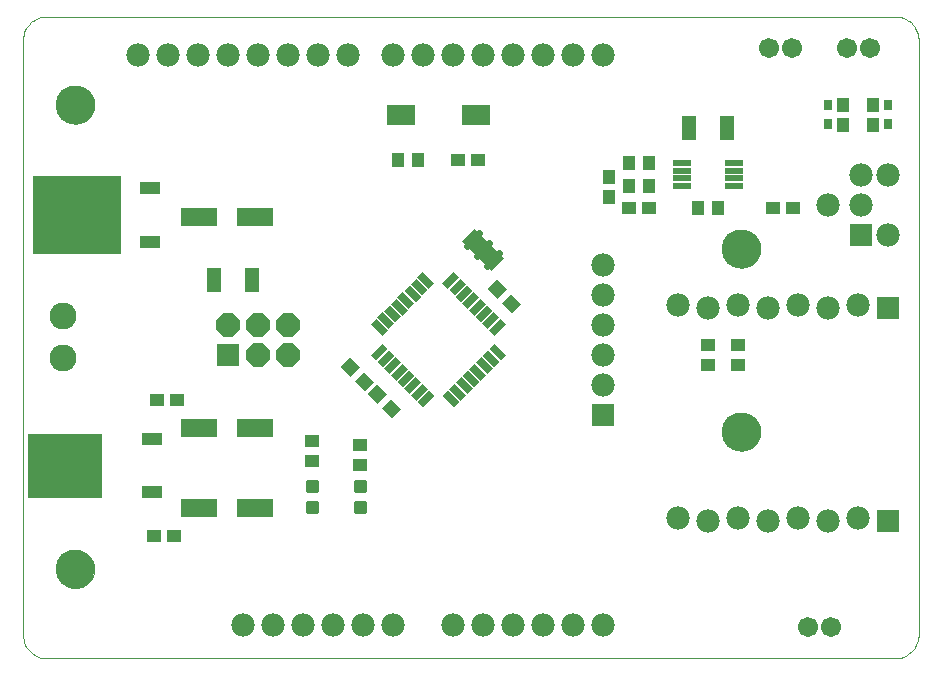
<source format=gts>
G75*
%MOIN*%
%OFA0B0*%
%FSLAX25Y25*%
%IPPOS*%
%LPD*%
%AMOC8*
5,1,8,0,0,1.08239X$1,22.5*
%
%ADD10C,0.00394*%
%ADD11C,0.00000*%
%ADD12C,0.12998*%
%ADD13R,0.04731X0.04337*%
%ADD14R,0.07800X0.07800*%
%ADD15OC8,0.07800*%
%ADD16C,0.07800*%
%ADD17C,0.01301*%
%ADD18R,0.04337X0.04731*%
%ADD19R,0.09455X0.06699*%
%ADD20R,0.05400X0.02600*%
%ADD21R,0.02600X0.05400*%
%ADD22R,0.06299X0.02165*%
%ADD23C,0.02172*%
%ADD24R,0.13760X0.06040*%
%ADD25R,0.03156X0.03746*%
%ADD26R,0.24809X0.21660*%
%ADD27R,0.06699X0.04337*%
%ADD28C,0.09000*%
%ADD29R,0.07100X0.04100*%
%ADD30R,0.29200X0.26400*%
%ADD31R,0.05124X0.08274*%
%ADD32R,0.12211X0.05912*%
%ADD33C,0.06699*%
D10*
X0012314Y0008797D02*
X0011600Y0009511D01*
X0011277Y0009901D01*
X0010993Y0010321D01*
X0010710Y0010740D01*
X0010465Y0011187D01*
X0010065Y0012128D01*
X0009910Y0012622D01*
X0009805Y0013133D01*
X0009699Y0013645D01*
X0009644Y0014174D01*
X0009644Y0213440D01*
X0009699Y0213969D01*
X0009805Y0214481D01*
X0009910Y0214992D01*
X0010065Y0215486D01*
X0010465Y0216427D01*
X0010710Y0216874D01*
X0010993Y0217294D01*
X0011277Y0217713D01*
X0011600Y0218103D01*
X0012314Y0218817D01*
X0012704Y0219140D01*
X0013123Y0219424D01*
X0013542Y0219707D01*
X0013990Y0219952D01*
X0014931Y0220352D01*
X0015425Y0220507D01*
X0015936Y0220612D01*
X0016448Y0220718D01*
X0016977Y0220773D01*
X0300832Y0220773D01*
X0301361Y0220718D01*
X0301872Y0220612D01*
X0302383Y0220507D01*
X0302877Y0220352D01*
X0303818Y0219952D01*
X0304266Y0219707D01*
X0304685Y0219424D01*
X0305104Y0219140D01*
X0305495Y0218817D01*
X0306208Y0218103D01*
X0306531Y0217713D01*
X0306815Y0217294D01*
X0307099Y0216874D01*
X0307343Y0216427D01*
X0307743Y0215486D01*
X0307898Y0214992D01*
X0308004Y0214481D01*
X0308109Y0213969D01*
X0308164Y0213440D01*
X0308164Y0014174D01*
X0308109Y0013645D01*
X0308004Y0013133D01*
X0307898Y0012622D01*
X0307743Y0012128D01*
X0307343Y0011187D01*
X0307099Y0010740D01*
X0306815Y0010321D01*
X0306531Y0009901D01*
X0306208Y0009511D01*
X0305495Y0008797D01*
X0305104Y0008474D01*
X0304685Y0008191D01*
X0304266Y0007907D01*
X0303818Y0007662D01*
X0302877Y0007262D01*
X0302383Y0007107D01*
X0301872Y0007002D01*
X0301361Y0006896D01*
X0300832Y0006841D01*
X0016977Y0006841D01*
X0016448Y0006896D01*
X0015936Y0007002D01*
X0015425Y0007107D01*
X0014931Y0007262D01*
X0013990Y0007662D01*
X0013542Y0007907D01*
X0013123Y0008191D01*
X0012704Y0008474D01*
X0012314Y0008797D01*
D11*
X0020801Y0036600D02*
X0020803Y0036758D01*
X0020809Y0036916D01*
X0020819Y0037074D01*
X0020833Y0037232D01*
X0020851Y0037389D01*
X0020872Y0037546D01*
X0020898Y0037702D01*
X0020928Y0037858D01*
X0020961Y0038013D01*
X0020999Y0038166D01*
X0021040Y0038319D01*
X0021085Y0038471D01*
X0021134Y0038622D01*
X0021187Y0038771D01*
X0021243Y0038919D01*
X0021303Y0039065D01*
X0021367Y0039210D01*
X0021435Y0039353D01*
X0021506Y0039495D01*
X0021580Y0039635D01*
X0021658Y0039772D01*
X0021740Y0039908D01*
X0021824Y0040042D01*
X0021913Y0040173D01*
X0022004Y0040302D01*
X0022099Y0040429D01*
X0022196Y0040554D01*
X0022297Y0040676D01*
X0022401Y0040795D01*
X0022508Y0040912D01*
X0022618Y0041026D01*
X0022731Y0041137D01*
X0022846Y0041246D01*
X0022964Y0041351D01*
X0023085Y0041453D01*
X0023208Y0041553D01*
X0023334Y0041649D01*
X0023462Y0041742D01*
X0023592Y0041832D01*
X0023725Y0041918D01*
X0023860Y0042002D01*
X0023996Y0042081D01*
X0024135Y0042158D01*
X0024276Y0042230D01*
X0024418Y0042300D01*
X0024562Y0042365D01*
X0024708Y0042427D01*
X0024855Y0042485D01*
X0025004Y0042540D01*
X0025154Y0042591D01*
X0025305Y0042638D01*
X0025457Y0042681D01*
X0025610Y0042720D01*
X0025765Y0042756D01*
X0025920Y0042787D01*
X0026076Y0042815D01*
X0026232Y0042839D01*
X0026389Y0042859D01*
X0026547Y0042875D01*
X0026704Y0042887D01*
X0026863Y0042895D01*
X0027021Y0042899D01*
X0027179Y0042899D01*
X0027337Y0042895D01*
X0027496Y0042887D01*
X0027653Y0042875D01*
X0027811Y0042859D01*
X0027968Y0042839D01*
X0028124Y0042815D01*
X0028280Y0042787D01*
X0028435Y0042756D01*
X0028590Y0042720D01*
X0028743Y0042681D01*
X0028895Y0042638D01*
X0029046Y0042591D01*
X0029196Y0042540D01*
X0029345Y0042485D01*
X0029492Y0042427D01*
X0029638Y0042365D01*
X0029782Y0042300D01*
X0029924Y0042230D01*
X0030065Y0042158D01*
X0030204Y0042081D01*
X0030340Y0042002D01*
X0030475Y0041918D01*
X0030608Y0041832D01*
X0030738Y0041742D01*
X0030866Y0041649D01*
X0030992Y0041553D01*
X0031115Y0041453D01*
X0031236Y0041351D01*
X0031354Y0041246D01*
X0031469Y0041137D01*
X0031582Y0041026D01*
X0031692Y0040912D01*
X0031799Y0040795D01*
X0031903Y0040676D01*
X0032004Y0040554D01*
X0032101Y0040429D01*
X0032196Y0040302D01*
X0032287Y0040173D01*
X0032376Y0040042D01*
X0032460Y0039908D01*
X0032542Y0039772D01*
X0032620Y0039635D01*
X0032694Y0039495D01*
X0032765Y0039353D01*
X0032833Y0039210D01*
X0032897Y0039065D01*
X0032957Y0038919D01*
X0033013Y0038771D01*
X0033066Y0038622D01*
X0033115Y0038471D01*
X0033160Y0038319D01*
X0033201Y0038166D01*
X0033239Y0038013D01*
X0033272Y0037858D01*
X0033302Y0037702D01*
X0033328Y0037546D01*
X0033349Y0037389D01*
X0033367Y0037232D01*
X0033381Y0037074D01*
X0033391Y0036916D01*
X0033397Y0036758D01*
X0033399Y0036600D01*
X0033397Y0036442D01*
X0033391Y0036284D01*
X0033381Y0036126D01*
X0033367Y0035968D01*
X0033349Y0035811D01*
X0033328Y0035654D01*
X0033302Y0035498D01*
X0033272Y0035342D01*
X0033239Y0035187D01*
X0033201Y0035034D01*
X0033160Y0034881D01*
X0033115Y0034729D01*
X0033066Y0034578D01*
X0033013Y0034429D01*
X0032957Y0034281D01*
X0032897Y0034135D01*
X0032833Y0033990D01*
X0032765Y0033847D01*
X0032694Y0033705D01*
X0032620Y0033565D01*
X0032542Y0033428D01*
X0032460Y0033292D01*
X0032376Y0033158D01*
X0032287Y0033027D01*
X0032196Y0032898D01*
X0032101Y0032771D01*
X0032004Y0032646D01*
X0031903Y0032524D01*
X0031799Y0032405D01*
X0031692Y0032288D01*
X0031582Y0032174D01*
X0031469Y0032063D01*
X0031354Y0031954D01*
X0031236Y0031849D01*
X0031115Y0031747D01*
X0030992Y0031647D01*
X0030866Y0031551D01*
X0030738Y0031458D01*
X0030608Y0031368D01*
X0030475Y0031282D01*
X0030340Y0031198D01*
X0030204Y0031119D01*
X0030065Y0031042D01*
X0029924Y0030970D01*
X0029782Y0030900D01*
X0029638Y0030835D01*
X0029492Y0030773D01*
X0029345Y0030715D01*
X0029196Y0030660D01*
X0029046Y0030609D01*
X0028895Y0030562D01*
X0028743Y0030519D01*
X0028590Y0030480D01*
X0028435Y0030444D01*
X0028280Y0030413D01*
X0028124Y0030385D01*
X0027968Y0030361D01*
X0027811Y0030341D01*
X0027653Y0030325D01*
X0027496Y0030313D01*
X0027337Y0030305D01*
X0027179Y0030301D01*
X0027021Y0030301D01*
X0026863Y0030305D01*
X0026704Y0030313D01*
X0026547Y0030325D01*
X0026389Y0030341D01*
X0026232Y0030361D01*
X0026076Y0030385D01*
X0025920Y0030413D01*
X0025765Y0030444D01*
X0025610Y0030480D01*
X0025457Y0030519D01*
X0025305Y0030562D01*
X0025154Y0030609D01*
X0025004Y0030660D01*
X0024855Y0030715D01*
X0024708Y0030773D01*
X0024562Y0030835D01*
X0024418Y0030900D01*
X0024276Y0030970D01*
X0024135Y0031042D01*
X0023996Y0031119D01*
X0023860Y0031198D01*
X0023725Y0031282D01*
X0023592Y0031368D01*
X0023462Y0031458D01*
X0023334Y0031551D01*
X0023208Y0031647D01*
X0023085Y0031747D01*
X0022964Y0031849D01*
X0022846Y0031954D01*
X0022731Y0032063D01*
X0022618Y0032174D01*
X0022508Y0032288D01*
X0022401Y0032405D01*
X0022297Y0032524D01*
X0022196Y0032646D01*
X0022099Y0032771D01*
X0022004Y0032898D01*
X0021913Y0033027D01*
X0021824Y0033158D01*
X0021740Y0033292D01*
X0021658Y0033428D01*
X0021580Y0033565D01*
X0021506Y0033705D01*
X0021435Y0033847D01*
X0021367Y0033990D01*
X0021303Y0034135D01*
X0021243Y0034281D01*
X0021187Y0034429D01*
X0021134Y0034578D01*
X0021085Y0034729D01*
X0021040Y0034881D01*
X0020999Y0035034D01*
X0020961Y0035187D01*
X0020928Y0035342D01*
X0020898Y0035498D01*
X0020872Y0035654D01*
X0020851Y0035811D01*
X0020833Y0035968D01*
X0020819Y0036126D01*
X0020809Y0036284D01*
X0020803Y0036442D01*
X0020801Y0036600D01*
X0020801Y0191400D02*
X0020803Y0191558D01*
X0020809Y0191716D01*
X0020819Y0191874D01*
X0020833Y0192032D01*
X0020851Y0192189D01*
X0020872Y0192346D01*
X0020898Y0192502D01*
X0020928Y0192658D01*
X0020961Y0192813D01*
X0020999Y0192966D01*
X0021040Y0193119D01*
X0021085Y0193271D01*
X0021134Y0193422D01*
X0021187Y0193571D01*
X0021243Y0193719D01*
X0021303Y0193865D01*
X0021367Y0194010D01*
X0021435Y0194153D01*
X0021506Y0194295D01*
X0021580Y0194435D01*
X0021658Y0194572D01*
X0021740Y0194708D01*
X0021824Y0194842D01*
X0021913Y0194973D01*
X0022004Y0195102D01*
X0022099Y0195229D01*
X0022196Y0195354D01*
X0022297Y0195476D01*
X0022401Y0195595D01*
X0022508Y0195712D01*
X0022618Y0195826D01*
X0022731Y0195937D01*
X0022846Y0196046D01*
X0022964Y0196151D01*
X0023085Y0196253D01*
X0023208Y0196353D01*
X0023334Y0196449D01*
X0023462Y0196542D01*
X0023592Y0196632D01*
X0023725Y0196718D01*
X0023860Y0196802D01*
X0023996Y0196881D01*
X0024135Y0196958D01*
X0024276Y0197030D01*
X0024418Y0197100D01*
X0024562Y0197165D01*
X0024708Y0197227D01*
X0024855Y0197285D01*
X0025004Y0197340D01*
X0025154Y0197391D01*
X0025305Y0197438D01*
X0025457Y0197481D01*
X0025610Y0197520D01*
X0025765Y0197556D01*
X0025920Y0197587D01*
X0026076Y0197615D01*
X0026232Y0197639D01*
X0026389Y0197659D01*
X0026547Y0197675D01*
X0026704Y0197687D01*
X0026863Y0197695D01*
X0027021Y0197699D01*
X0027179Y0197699D01*
X0027337Y0197695D01*
X0027496Y0197687D01*
X0027653Y0197675D01*
X0027811Y0197659D01*
X0027968Y0197639D01*
X0028124Y0197615D01*
X0028280Y0197587D01*
X0028435Y0197556D01*
X0028590Y0197520D01*
X0028743Y0197481D01*
X0028895Y0197438D01*
X0029046Y0197391D01*
X0029196Y0197340D01*
X0029345Y0197285D01*
X0029492Y0197227D01*
X0029638Y0197165D01*
X0029782Y0197100D01*
X0029924Y0197030D01*
X0030065Y0196958D01*
X0030204Y0196881D01*
X0030340Y0196802D01*
X0030475Y0196718D01*
X0030608Y0196632D01*
X0030738Y0196542D01*
X0030866Y0196449D01*
X0030992Y0196353D01*
X0031115Y0196253D01*
X0031236Y0196151D01*
X0031354Y0196046D01*
X0031469Y0195937D01*
X0031582Y0195826D01*
X0031692Y0195712D01*
X0031799Y0195595D01*
X0031903Y0195476D01*
X0032004Y0195354D01*
X0032101Y0195229D01*
X0032196Y0195102D01*
X0032287Y0194973D01*
X0032376Y0194842D01*
X0032460Y0194708D01*
X0032542Y0194572D01*
X0032620Y0194435D01*
X0032694Y0194295D01*
X0032765Y0194153D01*
X0032833Y0194010D01*
X0032897Y0193865D01*
X0032957Y0193719D01*
X0033013Y0193571D01*
X0033066Y0193422D01*
X0033115Y0193271D01*
X0033160Y0193119D01*
X0033201Y0192966D01*
X0033239Y0192813D01*
X0033272Y0192658D01*
X0033302Y0192502D01*
X0033328Y0192346D01*
X0033349Y0192189D01*
X0033367Y0192032D01*
X0033381Y0191874D01*
X0033391Y0191716D01*
X0033397Y0191558D01*
X0033399Y0191400D01*
X0033397Y0191242D01*
X0033391Y0191084D01*
X0033381Y0190926D01*
X0033367Y0190768D01*
X0033349Y0190611D01*
X0033328Y0190454D01*
X0033302Y0190298D01*
X0033272Y0190142D01*
X0033239Y0189987D01*
X0033201Y0189834D01*
X0033160Y0189681D01*
X0033115Y0189529D01*
X0033066Y0189378D01*
X0033013Y0189229D01*
X0032957Y0189081D01*
X0032897Y0188935D01*
X0032833Y0188790D01*
X0032765Y0188647D01*
X0032694Y0188505D01*
X0032620Y0188365D01*
X0032542Y0188228D01*
X0032460Y0188092D01*
X0032376Y0187958D01*
X0032287Y0187827D01*
X0032196Y0187698D01*
X0032101Y0187571D01*
X0032004Y0187446D01*
X0031903Y0187324D01*
X0031799Y0187205D01*
X0031692Y0187088D01*
X0031582Y0186974D01*
X0031469Y0186863D01*
X0031354Y0186754D01*
X0031236Y0186649D01*
X0031115Y0186547D01*
X0030992Y0186447D01*
X0030866Y0186351D01*
X0030738Y0186258D01*
X0030608Y0186168D01*
X0030475Y0186082D01*
X0030340Y0185998D01*
X0030204Y0185919D01*
X0030065Y0185842D01*
X0029924Y0185770D01*
X0029782Y0185700D01*
X0029638Y0185635D01*
X0029492Y0185573D01*
X0029345Y0185515D01*
X0029196Y0185460D01*
X0029046Y0185409D01*
X0028895Y0185362D01*
X0028743Y0185319D01*
X0028590Y0185280D01*
X0028435Y0185244D01*
X0028280Y0185213D01*
X0028124Y0185185D01*
X0027968Y0185161D01*
X0027811Y0185141D01*
X0027653Y0185125D01*
X0027496Y0185113D01*
X0027337Y0185105D01*
X0027179Y0185101D01*
X0027021Y0185101D01*
X0026863Y0185105D01*
X0026704Y0185113D01*
X0026547Y0185125D01*
X0026389Y0185141D01*
X0026232Y0185161D01*
X0026076Y0185185D01*
X0025920Y0185213D01*
X0025765Y0185244D01*
X0025610Y0185280D01*
X0025457Y0185319D01*
X0025305Y0185362D01*
X0025154Y0185409D01*
X0025004Y0185460D01*
X0024855Y0185515D01*
X0024708Y0185573D01*
X0024562Y0185635D01*
X0024418Y0185700D01*
X0024276Y0185770D01*
X0024135Y0185842D01*
X0023996Y0185919D01*
X0023860Y0185998D01*
X0023725Y0186082D01*
X0023592Y0186168D01*
X0023462Y0186258D01*
X0023334Y0186351D01*
X0023208Y0186447D01*
X0023085Y0186547D01*
X0022964Y0186649D01*
X0022846Y0186754D01*
X0022731Y0186863D01*
X0022618Y0186974D01*
X0022508Y0187088D01*
X0022401Y0187205D01*
X0022297Y0187324D01*
X0022196Y0187446D01*
X0022099Y0187571D01*
X0022004Y0187698D01*
X0021913Y0187827D01*
X0021824Y0187958D01*
X0021740Y0188092D01*
X0021658Y0188228D01*
X0021580Y0188365D01*
X0021506Y0188505D01*
X0021435Y0188647D01*
X0021367Y0188790D01*
X0021303Y0188935D01*
X0021243Y0189081D01*
X0021187Y0189229D01*
X0021134Y0189378D01*
X0021085Y0189529D01*
X0021040Y0189681D01*
X0020999Y0189834D01*
X0020961Y0189987D01*
X0020928Y0190142D01*
X0020898Y0190298D01*
X0020872Y0190454D01*
X0020851Y0190611D01*
X0020833Y0190768D01*
X0020819Y0190926D01*
X0020809Y0191084D01*
X0020803Y0191242D01*
X0020801Y0191400D01*
X0242801Y0143400D02*
X0242803Y0143558D01*
X0242809Y0143716D01*
X0242819Y0143874D01*
X0242833Y0144032D01*
X0242851Y0144189D01*
X0242872Y0144346D01*
X0242898Y0144502D01*
X0242928Y0144658D01*
X0242961Y0144813D01*
X0242999Y0144966D01*
X0243040Y0145119D01*
X0243085Y0145271D01*
X0243134Y0145422D01*
X0243187Y0145571D01*
X0243243Y0145719D01*
X0243303Y0145865D01*
X0243367Y0146010D01*
X0243435Y0146153D01*
X0243506Y0146295D01*
X0243580Y0146435D01*
X0243658Y0146572D01*
X0243740Y0146708D01*
X0243824Y0146842D01*
X0243913Y0146973D01*
X0244004Y0147102D01*
X0244099Y0147229D01*
X0244196Y0147354D01*
X0244297Y0147476D01*
X0244401Y0147595D01*
X0244508Y0147712D01*
X0244618Y0147826D01*
X0244731Y0147937D01*
X0244846Y0148046D01*
X0244964Y0148151D01*
X0245085Y0148253D01*
X0245208Y0148353D01*
X0245334Y0148449D01*
X0245462Y0148542D01*
X0245592Y0148632D01*
X0245725Y0148718D01*
X0245860Y0148802D01*
X0245996Y0148881D01*
X0246135Y0148958D01*
X0246276Y0149030D01*
X0246418Y0149100D01*
X0246562Y0149165D01*
X0246708Y0149227D01*
X0246855Y0149285D01*
X0247004Y0149340D01*
X0247154Y0149391D01*
X0247305Y0149438D01*
X0247457Y0149481D01*
X0247610Y0149520D01*
X0247765Y0149556D01*
X0247920Y0149587D01*
X0248076Y0149615D01*
X0248232Y0149639D01*
X0248389Y0149659D01*
X0248547Y0149675D01*
X0248704Y0149687D01*
X0248863Y0149695D01*
X0249021Y0149699D01*
X0249179Y0149699D01*
X0249337Y0149695D01*
X0249496Y0149687D01*
X0249653Y0149675D01*
X0249811Y0149659D01*
X0249968Y0149639D01*
X0250124Y0149615D01*
X0250280Y0149587D01*
X0250435Y0149556D01*
X0250590Y0149520D01*
X0250743Y0149481D01*
X0250895Y0149438D01*
X0251046Y0149391D01*
X0251196Y0149340D01*
X0251345Y0149285D01*
X0251492Y0149227D01*
X0251638Y0149165D01*
X0251782Y0149100D01*
X0251924Y0149030D01*
X0252065Y0148958D01*
X0252204Y0148881D01*
X0252340Y0148802D01*
X0252475Y0148718D01*
X0252608Y0148632D01*
X0252738Y0148542D01*
X0252866Y0148449D01*
X0252992Y0148353D01*
X0253115Y0148253D01*
X0253236Y0148151D01*
X0253354Y0148046D01*
X0253469Y0147937D01*
X0253582Y0147826D01*
X0253692Y0147712D01*
X0253799Y0147595D01*
X0253903Y0147476D01*
X0254004Y0147354D01*
X0254101Y0147229D01*
X0254196Y0147102D01*
X0254287Y0146973D01*
X0254376Y0146842D01*
X0254460Y0146708D01*
X0254542Y0146572D01*
X0254620Y0146435D01*
X0254694Y0146295D01*
X0254765Y0146153D01*
X0254833Y0146010D01*
X0254897Y0145865D01*
X0254957Y0145719D01*
X0255013Y0145571D01*
X0255066Y0145422D01*
X0255115Y0145271D01*
X0255160Y0145119D01*
X0255201Y0144966D01*
X0255239Y0144813D01*
X0255272Y0144658D01*
X0255302Y0144502D01*
X0255328Y0144346D01*
X0255349Y0144189D01*
X0255367Y0144032D01*
X0255381Y0143874D01*
X0255391Y0143716D01*
X0255397Y0143558D01*
X0255399Y0143400D01*
X0255397Y0143242D01*
X0255391Y0143084D01*
X0255381Y0142926D01*
X0255367Y0142768D01*
X0255349Y0142611D01*
X0255328Y0142454D01*
X0255302Y0142298D01*
X0255272Y0142142D01*
X0255239Y0141987D01*
X0255201Y0141834D01*
X0255160Y0141681D01*
X0255115Y0141529D01*
X0255066Y0141378D01*
X0255013Y0141229D01*
X0254957Y0141081D01*
X0254897Y0140935D01*
X0254833Y0140790D01*
X0254765Y0140647D01*
X0254694Y0140505D01*
X0254620Y0140365D01*
X0254542Y0140228D01*
X0254460Y0140092D01*
X0254376Y0139958D01*
X0254287Y0139827D01*
X0254196Y0139698D01*
X0254101Y0139571D01*
X0254004Y0139446D01*
X0253903Y0139324D01*
X0253799Y0139205D01*
X0253692Y0139088D01*
X0253582Y0138974D01*
X0253469Y0138863D01*
X0253354Y0138754D01*
X0253236Y0138649D01*
X0253115Y0138547D01*
X0252992Y0138447D01*
X0252866Y0138351D01*
X0252738Y0138258D01*
X0252608Y0138168D01*
X0252475Y0138082D01*
X0252340Y0137998D01*
X0252204Y0137919D01*
X0252065Y0137842D01*
X0251924Y0137770D01*
X0251782Y0137700D01*
X0251638Y0137635D01*
X0251492Y0137573D01*
X0251345Y0137515D01*
X0251196Y0137460D01*
X0251046Y0137409D01*
X0250895Y0137362D01*
X0250743Y0137319D01*
X0250590Y0137280D01*
X0250435Y0137244D01*
X0250280Y0137213D01*
X0250124Y0137185D01*
X0249968Y0137161D01*
X0249811Y0137141D01*
X0249653Y0137125D01*
X0249496Y0137113D01*
X0249337Y0137105D01*
X0249179Y0137101D01*
X0249021Y0137101D01*
X0248863Y0137105D01*
X0248704Y0137113D01*
X0248547Y0137125D01*
X0248389Y0137141D01*
X0248232Y0137161D01*
X0248076Y0137185D01*
X0247920Y0137213D01*
X0247765Y0137244D01*
X0247610Y0137280D01*
X0247457Y0137319D01*
X0247305Y0137362D01*
X0247154Y0137409D01*
X0247004Y0137460D01*
X0246855Y0137515D01*
X0246708Y0137573D01*
X0246562Y0137635D01*
X0246418Y0137700D01*
X0246276Y0137770D01*
X0246135Y0137842D01*
X0245996Y0137919D01*
X0245860Y0137998D01*
X0245725Y0138082D01*
X0245592Y0138168D01*
X0245462Y0138258D01*
X0245334Y0138351D01*
X0245208Y0138447D01*
X0245085Y0138547D01*
X0244964Y0138649D01*
X0244846Y0138754D01*
X0244731Y0138863D01*
X0244618Y0138974D01*
X0244508Y0139088D01*
X0244401Y0139205D01*
X0244297Y0139324D01*
X0244196Y0139446D01*
X0244099Y0139571D01*
X0244004Y0139698D01*
X0243913Y0139827D01*
X0243824Y0139958D01*
X0243740Y0140092D01*
X0243658Y0140228D01*
X0243580Y0140365D01*
X0243506Y0140505D01*
X0243435Y0140647D01*
X0243367Y0140790D01*
X0243303Y0140935D01*
X0243243Y0141081D01*
X0243187Y0141229D01*
X0243134Y0141378D01*
X0243085Y0141529D01*
X0243040Y0141681D01*
X0242999Y0141834D01*
X0242961Y0141987D01*
X0242928Y0142142D01*
X0242898Y0142298D01*
X0242872Y0142454D01*
X0242851Y0142611D01*
X0242833Y0142768D01*
X0242819Y0142926D01*
X0242809Y0143084D01*
X0242803Y0143242D01*
X0242801Y0143400D01*
X0242801Y0082400D02*
X0242803Y0082558D01*
X0242809Y0082716D01*
X0242819Y0082874D01*
X0242833Y0083032D01*
X0242851Y0083189D01*
X0242872Y0083346D01*
X0242898Y0083502D01*
X0242928Y0083658D01*
X0242961Y0083813D01*
X0242999Y0083966D01*
X0243040Y0084119D01*
X0243085Y0084271D01*
X0243134Y0084422D01*
X0243187Y0084571D01*
X0243243Y0084719D01*
X0243303Y0084865D01*
X0243367Y0085010D01*
X0243435Y0085153D01*
X0243506Y0085295D01*
X0243580Y0085435D01*
X0243658Y0085572D01*
X0243740Y0085708D01*
X0243824Y0085842D01*
X0243913Y0085973D01*
X0244004Y0086102D01*
X0244099Y0086229D01*
X0244196Y0086354D01*
X0244297Y0086476D01*
X0244401Y0086595D01*
X0244508Y0086712D01*
X0244618Y0086826D01*
X0244731Y0086937D01*
X0244846Y0087046D01*
X0244964Y0087151D01*
X0245085Y0087253D01*
X0245208Y0087353D01*
X0245334Y0087449D01*
X0245462Y0087542D01*
X0245592Y0087632D01*
X0245725Y0087718D01*
X0245860Y0087802D01*
X0245996Y0087881D01*
X0246135Y0087958D01*
X0246276Y0088030D01*
X0246418Y0088100D01*
X0246562Y0088165D01*
X0246708Y0088227D01*
X0246855Y0088285D01*
X0247004Y0088340D01*
X0247154Y0088391D01*
X0247305Y0088438D01*
X0247457Y0088481D01*
X0247610Y0088520D01*
X0247765Y0088556D01*
X0247920Y0088587D01*
X0248076Y0088615D01*
X0248232Y0088639D01*
X0248389Y0088659D01*
X0248547Y0088675D01*
X0248704Y0088687D01*
X0248863Y0088695D01*
X0249021Y0088699D01*
X0249179Y0088699D01*
X0249337Y0088695D01*
X0249496Y0088687D01*
X0249653Y0088675D01*
X0249811Y0088659D01*
X0249968Y0088639D01*
X0250124Y0088615D01*
X0250280Y0088587D01*
X0250435Y0088556D01*
X0250590Y0088520D01*
X0250743Y0088481D01*
X0250895Y0088438D01*
X0251046Y0088391D01*
X0251196Y0088340D01*
X0251345Y0088285D01*
X0251492Y0088227D01*
X0251638Y0088165D01*
X0251782Y0088100D01*
X0251924Y0088030D01*
X0252065Y0087958D01*
X0252204Y0087881D01*
X0252340Y0087802D01*
X0252475Y0087718D01*
X0252608Y0087632D01*
X0252738Y0087542D01*
X0252866Y0087449D01*
X0252992Y0087353D01*
X0253115Y0087253D01*
X0253236Y0087151D01*
X0253354Y0087046D01*
X0253469Y0086937D01*
X0253582Y0086826D01*
X0253692Y0086712D01*
X0253799Y0086595D01*
X0253903Y0086476D01*
X0254004Y0086354D01*
X0254101Y0086229D01*
X0254196Y0086102D01*
X0254287Y0085973D01*
X0254376Y0085842D01*
X0254460Y0085708D01*
X0254542Y0085572D01*
X0254620Y0085435D01*
X0254694Y0085295D01*
X0254765Y0085153D01*
X0254833Y0085010D01*
X0254897Y0084865D01*
X0254957Y0084719D01*
X0255013Y0084571D01*
X0255066Y0084422D01*
X0255115Y0084271D01*
X0255160Y0084119D01*
X0255201Y0083966D01*
X0255239Y0083813D01*
X0255272Y0083658D01*
X0255302Y0083502D01*
X0255328Y0083346D01*
X0255349Y0083189D01*
X0255367Y0083032D01*
X0255381Y0082874D01*
X0255391Y0082716D01*
X0255397Y0082558D01*
X0255399Y0082400D01*
X0255397Y0082242D01*
X0255391Y0082084D01*
X0255381Y0081926D01*
X0255367Y0081768D01*
X0255349Y0081611D01*
X0255328Y0081454D01*
X0255302Y0081298D01*
X0255272Y0081142D01*
X0255239Y0080987D01*
X0255201Y0080834D01*
X0255160Y0080681D01*
X0255115Y0080529D01*
X0255066Y0080378D01*
X0255013Y0080229D01*
X0254957Y0080081D01*
X0254897Y0079935D01*
X0254833Y0079790D01*
X0254765Y0079647D01*
X0254694Y0079505D01*
X0254620Y0079365D01*
X0254542Y0079228D01*
X0254460Y0079092D01*
X0254376Y0078958D01*
X0254287Y0078827D01*
X0254196Y0078698D01*
X0254101Y0078571D01*
X0254004Y0078446D01*
X0253903Y0078324D01*
X0253799Y0078205D01*
X0253692Y0078088D01*
X0253582Y0077974D01*
X0253469Y0077863D01*
X0253354Y0077754D01*
X0253236Y0077649D01*
X0253115Y0077547D01*
X0252992Y0077447D01*
X0252866Y0077351D01*
X0252738Y0077258D01*
X0252608Y0077168D01*
X0252475Y0077082D01*
X0252340Y0076998D01*
X0252204Y0076919D01*
X0252065Y0076842D01*
X0251924Y0076770D01*
X0251782Y0076700D01*
X0251638Y0076635D01*
X0251492Y0076573D01*
X0251345Y0076515D01*
X0251196Y0076460D01*
X0251046Y0076409D01*
X0250895Y0076362D01*
X0250743Y0076319D01*
X0250590Y0076280D01*
X0250435Y0076244D01*
X0250280Y0076213D01*
X0250124Y0076185D01*
X0249968Y0076161D01*
X0249811Y0076141D01*
X0249653Y0076125D01*
X0249496Y0076113D01*
X0249337Y0076105D01*
X0249179Y0076101D01*
X0249021Y0076101D01*
X0248863Y0076105D01*
X0248704Y0076113D01*
X0248547Y0076125D01*
X0248389Y0076141D01*
X0248232Y0076161D01*
X0248076Y0076185D01*
X0247920Y0076213D01*
X0247765Y0076244D01*
X0247610Y0076280D01*
X0247457Y0076319D01*
X0247305Y0076362D01*
X0247154Y0076409D01*
X0247004Y0076460D01*
X0246855Y0076515D01*
X0246708Y0076573D01*
X0246562Y0076635D01*
X0246418Y0076700D01*
X0246276Y0076770D01*
X0246135Y0076842D01*
X0245996Y0076919D01*
X0245860Y0076998D01*
X0245725Y0077082D01*
X0245592Y0077168D01*
X0245462Y0077258D01*
X0245334Y0077351D01*
X0245208Y0077447D01*
X0245085Y0077547D01*
X0244964Y0077649D01*
X0244846Y0077754D01*
X0244731Y0077863D01*
X0244618Y0077974D01*
X0244508Y0078088D01*
X0244401Y0078205D01*
X0244297Y0078324D01*
X0244196Y0078446D01*
X0244099Y0078571D01*
X0244004Y0078698D01*
X0243913Y0078827D01*
X0243824Y0078958D01*
X0243740Y0079092D01*
X0243658Y0079228D01*
X0243580Y0079365D01*
X0243506Y0079505D01*
X0243435Y0079647D01*
X0243367Y0079790D01*
X0243303Y0079935D01*
X0243243Y0080081D01*
X0243187Y0080229D01*
X0243134Y0080378D01*
X0243085Y0080529D01*
X0243040Y0080681D01*
X0242999Y0080834D01*
X0242961Y0080987D01*
X0242928Y0081142D01*
X0242898Y0081298D01*
X0242872Y0081454D01*
X0242851Y0081611D01*
X0242833Y0081768D01*
X0242819Y0081926D01*
X0242809Y0082084D01*
X0242803Y0082242D01*
X0242801Y0082400D01*
D12*
X0249100Y0082400D03*
X0249100Y0143400D03*
X0027100Y0191400D03*
X0027100Y0036600D03*
D13*
X0053254Y0047600D03*
X0059946Y0047600D03*
X0106100Y0072754D03*
X0106100Y0079446D03*
X0122100Y0077946D03*
X0122100Y0071254D03*
G36*
X0132605Y0087029D02*
X0129261Y0090373D01*
X0132327Y0093439D01*
X0135671Y0090095D01*
X0132605Y0087029D01*
G37*
G36*
X0127873Y0091761D02*
X0124529Y0095105D01*
X0127595Y0098171D01*
X0130939Y0094827D01*
X0127873Y0091761D01*
G37*
G36*
X0123327Y0102439D02*
X0126671Y0099095D01*
X0123605Y0096029D01*
X0120261Y0099373D01*
X0123327Y0102439D01*
G37*
G36*
X0118595Y0107171D02*
X0121939Y0103827D01*
X0118873Y0100761D01*
X0115529Y0104105D01*
X0118595Y0107171D01*
G37*
G36*
X0167873Y0126761D02*
X0164529Y0130105D01*
X0167595Y0133171D01*
X0170939Y0129827D01*
X0167873Y0126761D01*
G37*
G36*
X0172605Y0122029D02*
X0169261Y0125373D01*
X0172327Y0128439D01*
X0175671Y0125095D01*
X0172605Y0122029D01*
G37*
X0211654Y0157100D03*
X0218346Y0157100D03*
X0259754Y0157100D03*
X0266446Y0157100D03*
X0248100Y0111446D03*
X0248100Y0104754D03*
X0238100Y0104754D03*
X0238100Y0111446D03*
X0161446Y0173100D03*
X0154754Y0173100D03*
X0060946Y0093100D03*
X0054254Y0093100D03*
D14*
X0078100Y0108100D03*
X0203100Y0088100D03*
X0289000Y0148000D03*
X0298100Y0123600D03*
X0298100Y0052600D03*
D15*
X0098100Y0108100D03*
X0088100Y0108100D03*
X0088100Y0118100D03*
X0078100Y0118100D03*
X0098100Y0118100D03*
D16*
X0203100Y0118100D03*
X0203100Y0108100D03*
X0203100Y0098100D03*
X0228100Y0124600D03*
X0238100Y0123600D03*
X0248100Y0124600D03*
X0258100Y0123600D03*
X0268100Y0124600D03*
X0278100Y0123600D03*
X0288100Y0124600D03*
X0298100Y0148100D03*
X0289000Y0158000D03*
X0278100Y0158100D03*
X0289000Y0168000D03*
X0298100Y0168100D03*
X0203100Y0138100D03*
X0203100Y0128100D03*
X0228100Y0053600D03*
X0238100Y0052600D03*
X0248100Y0053600D03*
X0258100Y0052600D03*
X0268100Y0053600D03*
X0278100Y0052600D03*
X0288100Y0053600D03*
X0203100Y0018100D03*
X0193100Y0018100D03*
X0183100Y0018100D03*
X0173100Y0018100D03*
X0163100Y0018100D03*
X0153100Y0018100D03*
X0133100Y0018100D03*
X0123100Y0018100D03*
X0113100Y0018100D03*
X0103100Y0018100D03*
X0093100Y0018100D03*
X0083100Y0018100D03*
X0078100Y0208100D03*
X0068100Y0208100D03*
X0058100Y0208100D03*
X0048100Y0208100D03*
X0088100Y0208100D03*
X0098100Y0208100D03*
X0108100Y0208100D03*
X0118100Y0208100D03*
X0133100Y0208100D03*
X0143100Y0208100D03*
X0153100Y0208100D03*
X0163100Y0208100D03*
X0173100Y0208100D03*
X0183100Y0208100D03*
X0193100Y0208100D03*
X0203100Y0208100D03*
D17*
X0123618Y0065571D02*
X0120582Y0065571D01*
X0123618Y0065571D02*
X0123618Y0062535D01*
X0120582Y0062535D01*
X0120582Y0065571D01*
X0120582Y0063835D02*
X0123618Y0063835D01*
X0123618Y0065135D02*
X0120582Y0065135D01*
X0120582Y0058665D02*
X0123618Y0058665D01*
X0123618Y0055629D01*
X0120582Y0055629D01*
X0120582Y0058665D01*
X0120582Y0056929D02*
X0123618Y0056929D01*
X0123618Y0058229D02*
X0120582Y0058229D01*
X0107618Y0058665D02*
X0104582Y0058665D01*
X0107618Y0058665D02*
X0107618Y0055629D01*
X0104582Y0055629D01*
X0104582Y0058665D01*
X0104582Y0056929D02*
X0107618Y0056929D01*
X0107618Y0058229D02*
X0104582Y0058229D01*
X0104582Y0065571D02*
X0107618Y0065571D01*
X0107618Y0062535D01*
X0104582Y0062535D01*
X0104582Y0065571D01*
X0104582Y0063835D02*
X0107618Y0063835D01*
X0107618Y0065135D02*
X0104582Y0065135D01*
D18*
X0234754Y0157100D03*
X0241446Y0157100D03*
X0218346Y0164200D03*
X0211654Y0164200D03*
X0205100Y0167446D03*
X0211754Y0171900D03*
X0218446Y0171900D03*
X0205100Y0160754D03*
X0141446Y0173100D03*
X0134754Y0173100D03*
X0283100Y0184754D03*
X0283100Y0191446D03*
X0293100Y0191446D03*
X0293100Y0184754D03*
D19*
X0160502Y0188100D03*
X0135698Y0188100D03*
D20*
G36*
X0149427Y0131856D02*
X0153244Y0135673D01*
X0155083Y0133834D01*
X0151266Y0130017D01*
X0149427Y0131856D01*
G37*
G36*
X0151654Y0129629D02*
X0155471Y0133446D01*
X0157310Y0131607D01*
X0153493Y0127790D01*
X0151654Y0129629D01*
G37*
G36*
X0153881Y0127402D02*
X0157698Y0131219D01*
X0159537Y0129380D01*
X0155720Y0125563D01*
X0153881Y0127402D01*
G37*
G36*
X0156109Y0125175D02*
X0159926Y0128992D01*
X0161765Y0127153D01*
X0157948Y0123336D01*
X0156109Y0125175D01*
G37*
G36*
X0158336Y0122948D02*
X0162153Y0126765D01*
X0163992Y0124926D01*
X0160175Y0121109D01*
X0158336Y0122948D01*
G37*
G36*
X0160563Y0120720D02*
X0164380Y0124537D01*
X0166219Y0122698D01*
X0162402Y0118881D01*
X0160563Y0120720D01*
G37*
G36*
X0162790Y0118493D02*
X0166607Y0122310D01*
X0168446Y0120471D01*
X0164629Y0116654D01*
X0162790Y0118493D01*
G37*
G36*
X0165017Y0116266D02*
X0168834Y0120083D01*
X0170673Y0118244D01*
X0166856Y0114427D01*
X0165017Y0116266D01*
G37*
G36*
X0136663Y0096820D02*
X0140480Y0100637D01*
X0142319Y0098798D01*
X0138502Y0094981D01*
X0136663Y0096820D01*
G37*
G36*
X0134435Y0099047D02*
X0138252Y0102864D01*
X0140091Y0101025D01*
X0136274Y0097208D01*
X0134435Y0099047D01*
G37*
G36*
X0132208Y0101274D02*
X0136025Y0105091D01*
X0137864Y0103252D01*
X0134047Y0099435D01*
X0132208Y0101274D01*
G37*
G36*
X0129981Y0103502D02*
X0133798Y0107319D01*
X0135637Y0105480D01*
X0131820Y0101663D01*
X0129981Y0103502D01*
G37*
G36*
X0127754Y0105729D02*
X0131571Y0109546D01*
X0133410Y0107707D01*
X0129593Y0103890D01*
X0127754Y0105729D01*
G37*
G36*
X0125527Y0107956D02*
X0129344Y0111773D01*
X0131183Y0109934D01*
X0127366Y0106117D01*
X0125527Y0107956D01*
G37*
G36*
X0138890Y0094593D02*
X0142707Y0098410D01*
X0144546Y0096571D01*
X0140729Y0092754D01*
X0138890Y0094593D01*
G37*
G36*
X0141117Y0092366D02*
X0144934Y0096183D01*
X0146773Y0094344D01*
X0142956Y0090527D01*
X0141117Y0092366D01*
G37*
D21*
G36*
X0149427Y0094344D02*
X0151266Y0096183D01*
X0155083Y0092366D01*
X0153244Y0090527D01*
X0149427Y0094344D01*
G37*
G36*
X0151654Y0096571D02*
X0153493Y0098410D01*
X0157310Y0094593D01*
X0155471Y0092754D01*
X0151654Y0096571D01*
G37*
G36*
X0153881Y0098798D02*
X0155720Y0100637D01*
X0159537Y0096820D01*
X0157698Y0094981D01*
X0153881Y0098798D01*
G37*
G36*
X0156109Y0101025D02*
X0157948Y0102864D01*
X0161765Y0099047D01*
X0159926Y0097208D01*
X0156109Y0101025D01*
G37*
G36*
X0158336Y0103252D02*
X0160175Y0105091D01*
X0163992Y0101274D01*
X0162153Y0099435D01*
X0158336Y0103252D01*
G37*
G36*
X0160563Y0105480D02*
X0162402Y0107319D01*
X0166219Y0103502D01*
X0164380Y0101663D01*
X0160563Y0105480D01*
G37*
G36*
X0162790Y0107707D02*
X0164629Y0109546D01*
X0168446Y0105729D01*
X0166607Y0103890D01*
X0162790Y0107707D01*
G37*
G36*
X0165017Y0109934D02*
X0166856Y0111773D01*
X0170673Y0107956D01*
X0168834Y0106117D01*
X0165017Y0109934D01*
G37*
G36*
X0136663Y0129380D02*
X0138502Y0131219D01*
X0142319Y0127402D01*
X0140480Y0125563D01*
X0136663Y0129380D01*
G37*
G36*
X0134435Y0127153D02*
X0136274Y0128992D01*
X0140091Y0125175D01*
X0138252Y0123336D01*
X0134435Y0127153D01*
G37*
G36*
X0132208Y0124926D02*
X0134047Y0126765D01*
X0137864Y0122948D01*
X0136025Y0121109D01*
X0132208Y0124926D01*
G37*
G36*
X0129981Y0122698D02*
X0131820Y0124537D01*
X0135637Y0120720D01*
X0133798Y0118881D01*
X0129981Y0122698D01*
G37*
G36*
X0127754Y0120471D02*
X0129593Y0122310D01*
X0133410Y0118493D01*
X0131571Y0116654D01*
X0127754Y0120471D01*
G37*
G36*
X0125527Y0118244D02*
X0127366Y0120083D01*
X0131183Y0116266D01*
X0129344Y0114427D01*
X0125527Y0118244D01*
G37*
G36*
X0138890Y0131607D02*
X0140729Y0133446D01*
X0144546Y0129629D01*
X0142707Y0127790D01*
X0138890Y0131607D01*
G37*
G36*
X0141117Y0133834D02*
X0142956Y0135673D01*
X0146773Y0131856D01*
X0144934Y0130017D01*
X0141117Y0133834D01*
G37*
D22*
X0229439Y0164261D03*
X0229439Y0166820D03*
X0229439Y0169380D03*
X0229439Y0171939D03*
X0246761Y0171939D03*
X0246761Y0169380D03*
X0246761Y0166820D03*
X0246761Y0164261D03*
D23*
X0168466Y0141784D02*
X0164416Y0137734D01*
X0161075Y0141075D02*
X0165125Y0145125D01*
X0161784Y0148466D02*
X0157734Y0144416D01*
D24*
G36*
X0160385Y0150100D02*
X0170114Y0140371D01*
X0165843Y0136100D01*
X0156114Y0145829D01*
X0160385Y0150100D01*
G37*
D25*
X0278100Y0185049D03*
X0278100Y0191151D03*
X0298100Y0191151D03*
X0298100Y0185049D03*
D26*
X0023757Y0071100D03*
D27*
X0052498Y0062124D03*
X0052498Y0080076D03*
D28*
X0023100Y0107013D03*
X0023100Y0120793D03*
D29*
X0052100Y0145700D03*
X0052100Y0163500D03*
D30*
X0027500Y0154600D03*
D31*
X0073301Y0133100D03*
X0085899Y0133100D03*
X0231801Y0183600D03*
X0244399Y0183600D03*
D32*
X0087049Y0154100D03*
X0068151Y0154100D03*
X0068151Y0083600D03*
X0087049Y0083600D03*
X0087049Y0057100D03*
X0068151Y0057100D03*
D33*
X0271163Y0017435D03*
X0279037Y0017435D03*
X0284163Y0210265D03*
X0292037Y0210265D03*
X0266037Y0210265D03*
X0258163Y0210265D03*
M02*

</source>
